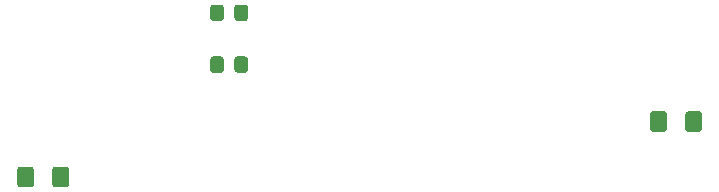
<source format=gbr>
%TF.GenerationSoftware,KiCad,Pcbnew,(5.1.6-0-10_14)*%
%TF.CreationDate,2021-01-15T21:42:06+01:00*%
%TF.ProjectId,serial_board,73657269-616c-45f6-926f-6172642e6b69,rev?*%
%TF.SameCoordinates,Original*%
%TF.FileFunction,Paste,Bot*%
%TF.FilePolarity,Positive*%
%FSLAX46Y46*%
G04 Gerber Fmt 4.6, Leading zero omitted, Abs format (unit mm)*
G04 Created by KiCad (PCBNEW (5.1.6-0-10_14)) date 2021-01-15 21:42:06*
%MOMM*%
%LPD*%
G01*
G04 APERTURE LIST*
G04 APERTURE END LIST*
%TO.C,R2*%
G36*
G01*
X35745000Y36581501D02*
X35745000Y35681499D01*
G75*
G02*
X35495001Y35431500I-249999J0D01*
G01*
X34844999Y35431500D01*
G75*
G02*
X34595000Y35681499I0J249999D01*
G01*
X34595000Y36581501D01*
G75*
G02*
X34844999Y36831500I249999J0D01*
G01*
X35495001Y36831500D01*
G75*
G02*
X35745000Y36581501I0J-249999D01*
G01*
G37*
G36*
G01*
X37795000Y36581501D02*
X37795000Y35681499D01*
G75*
G02*
X37545001Y35431500I-249999J0D01*
G01*
X36894999Y35431500D01*
G75*
G02*
X36645000Y35681499I0J249999D01*
G01*
X36645000Y36581501D01*
G75*
G02*
X36894999Y36831500I249999J0D01*
G01*
X37545001Y36831500D01*
G75*
G02*
X37795000Y36581501I0J-249999D01*
G01*
G37*
%TD*%
%TO.C,R1*%
G36*
G01*
X35745000Y32200001D02*
X35745000Y31299999D01*
G75*
G02*
X35495001Y31050000I-249999J0D01*
G01*
X34844999Y31050000D01*
G75*
G02*
X34595000Y31299999I0J249999D01*
G01*
X34595000Y32200001D01*
G75*
G02*
X34844999Y32450000I249999J0D01*
G01*
X35495001Y32450000D01*
G75*
G02*
X35745000Y32200001I0J-249999D01*
G01*
G37*
G36*
G01*
X37795000Y32200001D02*
X37795000Y31299999D01*
G75*
G02*
X37545001Y31050000I-249999J0D01*
G01*
X36894999Y31050000D01*
G75*
G02*
X36645000Y31299999I0J249999D01*
G01*
X36645000Y32200001D01*
G75*
G02*
X36894999Y32450000I249999J0D01*
G01*
X37545001Y32450000D01*
G75*
G02*
X37795000Y32200001I0J-249999D01*
G01*
G37*
%TD*%
%TO.C,C2*%
G36*
G01*
X73266000Y27549000D02*
X73266000Y26299000D01*
G75*
G02*
X73016000Y26049000I-250000J0D01*
G01*
X72091000Y26049000D01*
G75*
G02*
X71841000Y26299000I0J250000D01*
G01*
X71841000Y27549000D01*
G75*
G02*
X72091000Y27799000I250000J0D01*
G01*
X73016000Y27799000D01*
G75*
G02*
X73266000Y27549000I0J-250000D01*
G01*
G37*
G36*
G01*
X76241000Y27549000D02*
X76241000Y26299000D01*
G75*
G02*
X75991000Y26049000I-250000J0D01*
G01*
X75066000Y26049000D01*
G75*
G02*
X74816000Y26299000I0J250000D01*
G01*
X74816000Y27549000D01*
G75*
G02*
X75066000Y27799000I250000J0D01*
G01*
X75991000Y27799000D01*
G75*
G02*
X76241000Y27549000I0J-250000D01*
G01*
G37*
%TD*%
%TO.C,C1*%
G36*
G01*
X21222000Y21600000D02*
X21222000Y22850000D01*
G75*
G02*
X21472000Y23100000I250000J0D01*
G01*
X22397000Y23100000D01*
G75*
G02*
X22647000Y22850000I0J-250000D01*
G01*
X22647000Y21600000D01*
G75*
G02*
X22397000Y21350000I-250000J0D01*
G01*
X21472000Y21350000D01*
G75*
G02*
X21222000Y21600000I0J250000D01*
G01*
G37*
G36*
G01*
X18247000Y21600000D02*
X18247000Y22850000D01*
G75*
G02*
X18497000Y23100000I250000J0D01*
G01*
X19422000Y23100000D01*
G75*
G02*
X19672000Y22850000I0J-250000D01*
G01*
X19672000Y21600000D01*
G75*
G02*
X19422000Y21350000I-250000J0D01*
G01*
X18497000Y21350000D01*
G75*
G02*
X18247000Y21600000I0J250000D01*
G01*
G37*
%TD*%
M02*

</source>
